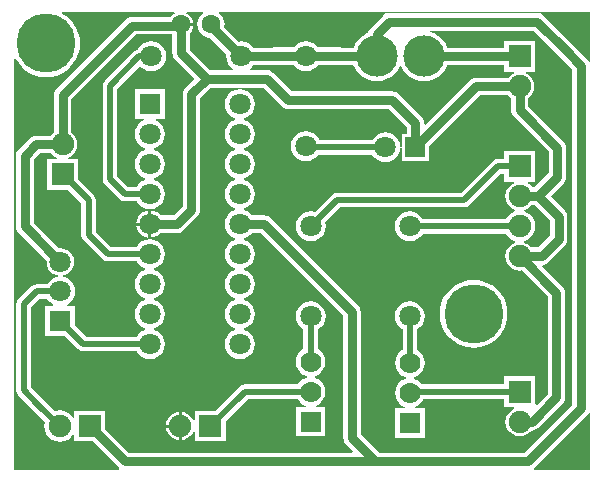
<source format=gbl>
G04 Layer_Physical_Order=2*
G04 Layer_Color=16711680*
%FSLAX24Y24*%
%MOIN*%
G70*
G01*
G75*
%ADD10C,0.1969*%
%ADD11C,0.0630*%
%ADD12R,0.0709X0.0709*%
%ADD13C,0.0709*%
%ADD14C,0.1378*%
%ADD15R,0.0709X0.0709*%
%ADD16R,0.0750X0.0750*%
%ADD17C,0.0750*%
%ADD18R,0.0750X0.0750*%
%ADD19C,0.0700*%
%ADD20R,0.0700X0.0700*%
%ADD21C,0.0300*%
%ADD22C,0.0200*%
G36*
X47903Y29793D02*
X48369Y29328D01*
Y18153D01*
X46919Y16703D01*
X46769Y16552D01*
X41932D01*
X41316Y17168D01*
Y21256D01*
X41306Y21332D01*
X41277Y21403D01*
X41230Y21463D01*
X38314Y24380D01*
X38253Y24427D01*
X38182Y24456D01*
X38107Y24466D01*
X37686D01*
X37640Y24526D01*
X37537Y24605D01*
X37437Y24646D01*
Y24700D01*
X37537Y24741D01*
X37640Y24821D01*
X37719Y24924D01*
X37769Y25044D01*
X37786Y25173D01*
X37769Y25302D01*
X37719Y25423D01*
X37640Y25526D01*
X37537Y25605D01*
X37437Y25646D01*
Y25700D01*
X37537Y25741D01*
X37640Y25821D01*
X37719Y25924D01*
X37769Y26044D01*
X37786Y26173D01*
X37769Y26302D01*
X37719Y26423D01*
X37640Y26526D01*
X37537Y26605D01*
X37437Y26646D01*
Y26700D01*
X37537Y26741D01*
X37640Y26821D01*
X37719Y26924D01*
X37769Y27044D01*
X37786Y27173D01*
X37769Y27302D01*
X37719Y27423D01*
X37640Y27526D01*
X37537Y27605D01*
X37437Y27646D01*
Y27700D01*
X37537Y27741D01*
X37640Y27821D01*
X37719Y27924D01*
X37769Y28044D01*
X37786Y28173D01*
X37769Y28302D01*
X37719Y28423D01*
X37640Y28526D01*
X37537Y28605D01*
X37416Y28655D01*
X37287Y28672D01*
X37158Y28655D01*
X37038Y28605D01*
X36935Y28526D01*
X36856Y28423D01*
X36806Y28302D01*
X36789Y28173D01*
X36806Y28044D01*
X36856Y27924D01*
X36935Y27821D01*
X37038Y27741D01*
X37137Y27700D01*
Y27646D01*
X37038Y27605D01*
X36935Y27526D01*
X36856Y27423D01*
X36806Y27302D01*
X36789Y27173D01*
X36806Y27044D01*
X36856Y26924D01*
X36935Y26821D01*
X37038Y26741D01*
X37137Y26700D01*
Y26646D01*
X37038Y26605D01*
X36935Y26526D01*
X36856Y26423D01*
X36806Y26302D01*
X36789Y26173D01*
X36806Y26044D01*
X36856Y25924D01*
X36935Y25821D01*
X37038Y25741D01*
X37137Y25700D01*
Y25646D01*
X37038Y25605D01*
X36935Y25526D01*
X36856Y25423D01*
X36806Y25302D01*
X36789Y25173D01*
X36806Y25044D01*
X36856Y24924D01*
X36935Y24821D01*
X37038Y24741D01*
X37137Y24700D01*
Y24646D01*
X37038Y24605D01*
X36935Y24526D01*
X36856Y24423D01*
X36806Y24302D01*
X36789Y24173D01*
X36806Y24044D01*
X36856Y23924D01*
X36935Y23821D01*
X37038Y23741D01*
X37137Y23700D01*
Y23646D01*
X37038Y23605D01*
X36935Y23526D01*
X36856Y23423D01*
X36806Y23302D01*
X36789Y23173D01*
X36806Y23044D01*
X36856Y22924D01*
X36935Y22821D01*
X37038Y22741D01*
X37137Y22700D01*
Y22646D01*
X37038Y22605D01*
X36935Y22526D01*
X36856Y22423D01*
X36806Y22302D01*
X36789Y22173D01*
X36806Y22044D01*
X36856Y21924D01*
X36935Y21821D01*
X37038Y21741D01*
X37137Y21700D01*
Y21646D01*
X37038Y21605D01*
X36935Y21526D01*
X36856Y21423D01*
X36806Y21302D01*
X36789Y21173D01*
X36806Y21044D01*
X36856Y20924D01*
X36935Y20821D01*
X37038Y20741D01*
X37137Y20700D01*
Y20646D01*
X37038Y20605D01*
X36935Y20526D01*
X36856Y20423D01*
X36806Y20302D01*
X36789Y20173D01*
X36806Y20044D01*
X36856Y19924D01*
X36935Y19821D01*
X37038Y19741D01*
X37158Y19692D01*
X37287Y19675D01*
X37416Y19692D01*
X37537Y19741D01*
X37640Y19821D01*
X37719Y19924D01*
X37769Y20044D01*
X37786Y20173D01*
X37769Y20302D01*
X37719Y20423D01*
X37640Y20526D01*
X37537Y20605D01*
X37437Y20646D01*
Y20700D01*
X37537Y20741D01*
X37640Y20821D01*
X37719Y20924D01*
X37769Y21044D01*
X37786Y21173D01*
X37769Y21302D01*
X37719Y21423D01*
X37640Y21526D01*
X37537Y21605D01*
X37437Y21646D01*
Y21700D01*
X37537Y21741D01*
X37640Y21821D01*
X37719Y21924D01*
X37769Y22044D01*
X37786Y22173D01*
X37769Y22302D01*
X37719Y22423D01*
X37640Y22526D01*
X37537Y22605D01*
X37437Y22646D01*
Y22700D01*
X37537Y22741D01*
X37640Y22821D01*
X37719Y22924D01*
X37769Y23044D01*
X37786Y23173D01*
X37769Y23302D01*
X37719Y23423D01*
X37640Y23526D01*
X37537Y23605D01*
X37437Y23646D01*
Y23700D01*
X37537Y23741D01*
X37640Y23821D01*
X37686Y23881D01*
X37986D01*
X40731Y21135D01*
Y17047D01*
X40741Y16972D01*
X40770Y16901D01*
X40817Y16840D01*
X41059Y16599D01*
X41040Y16552D01*
X33586D01*
X32798Y17340D01*
Y17956D01*
X31768D01*
Y17737D01*
X31718Y17720D01*
X31651Y17808D01*
X31543Y17891D01*
X31418Y17943D01*
X31283Y17960D01*
X31149Y17943D01*
X31134Y17936D01*
X30713Y18357D01*
X30713Y18357D01*
X30323Y18747D01*
Y21395D01*
X30613Y21684D01*
X30866D01*
X30867Y21680D01*
X30947Y21577D01*
X31050Y21497D01*
X31070Y21489D01*
X31060Y21439D01*
X30805D01*
Y20451D01*
X31447D01*
X31898Y20000D01*
X31977Y19947D01*
X32071Y19929D01*
X33854D01*
X33856Y19924D01*
X33935Y19821D01*
X34038Y19741D01*
X34158Y19692D01*
X34287Y19675D01*
X34416Y19692D01*
X34537Y19741D01*
X34640Y19821D01*
X34719Y19924D01*
X34769Y20044D01*
X34786Y20173D01*
X34769Y20302D01*
X34719Y20423D01*
X34640Y20526D01*
X34537Y20605D01*
X34437Y20646D01*
Y20700D01*
X34537Y20741D01*
X34640Y20821D01*
X34719Y20924D01*
X34769Y21044D01*
X34786Y21173D01*
X34769Y21302D01*
X34719Y21423D01*
X34640Y21526D01*
X34537Y21605D01*
X34437Y21646D01*
Y21700D01*
X34537Y21741D01*
X34640Y21821D01*
X34719Y21924D01*
X34769Y22044D01*
X34786Y22173D01*
X34769Y22302D01*
X34719Y22423D01*
X34640Y22526D01*
X34537Y22605D01*
X34437Y22646D01*
Y22700D01*
X34537Y22741D01*
X34640Y22821D01*
X34719Y22924D01*
X34769Y23044D01*
X34786Y23173D01*
X34769Y23302D01*
X34719Y23423D01*
X34640Y23526D01*
X34537Y23605D01*
X34416Y23655D01*
X34315Y23668D01*
Y23671D01*
X34293D01*
X34287Y23672D01*
X34282Y23671D01*
X34260D01*
Y23668D01*
X34158Y23655D01*
X34038Y23605D01*
X33935Y23526D01*
X33856Y23423D01*
X33854Y23418D01*
X32991D01*
X32489Y23920D01*
Y24961D01*
X32470Y25054D01*
X32417Y25134D01*
X31893Y25658D01*
Y26342D01*
X31579D01*
X31569Y26392D01*
X31618Y26412D01*
X31717Y26488D01*
X31793Y26587D01*
X31841Y26703D01*
X31857Y26827D01*
X31841Y26951D01*
X31793Y27066D01*
X31717Y27166D01*
X31670Y27201D01*
Y28357D01*
X33810Y30496D01*
X35034D01*
Y29870D01*
X35044Y29794D01*
X35073Y29724D01*
X35120Y29663D01*
X35767Y29016D01*
X35462Y28711D01*
X35416Y28650D01*
X35387Y28580D01*
X35377Y28504D01*
Y24767D01*
X35076Y24466D01*
X34636D01*
X34611Y24497D01*
X34517Y24570D01*
X34406Y24616D01*
X34337Y24625D01*
Y24173D01*
Y23722D01*
X34406Y23731D01*
X34517Y23776D01*
X34611Y23849D01*
X34636Y23881D01*
X35197D01*
X35273Y23891D01*
X35343Y23920D01*
X35404Y23966D01*
X35876Y24439D01*
X35923Y24499D01*
X35952Y24570D01*
X35962Y24646D01*
Y28383D01*
X36302Y28723D01*
X38068D01*
X38691Y28100D01*
X38751Y28054D01*
X38822Y28025D01*
X38898Y28015D01*
X42241D01*
X42845Y27410D01*
Y27187D01*
X42683D01*
Y26804D01*
X42677Y26757D01*
X42633Y26755D01*
X42633Y26759D01*
X42619Y26861D01*
X42570Y26982D01*
X42490Y27085D01*
X42387Y27164D01*
X42267Y27214D01*
X42138Y27231D01*
X42009Y27214D01*
X41888Y27164D01*
X41785Y27085D01*
X41706Y26982D01*
X41704Y26977D01*
X39937D01*
X39920Y27017D01*
X39841Y27120D01*
X39737Y27200D01*
X39617Y27249D01*
X39488Y27266D01*
X39359Y27249D01*
X39239Y27200D01*
X39136Y27120D01*
X39056Y27017D01*
X39007Y26897D01*
X38990Y26768D01*
X39007Y26639D01*
X39056Y26518D01*
X39136Y26415D01*
X39239Y26336D01*
X39359Y26286D01*
X39488Y26269D01*
X39617Y26286D01*
X39737Y26336D01*
X39841Y26415D01*
X39896Y26488D01*
X41704D01*
X41706Y26483D01*
X41785Y26380D01*
X41888Y26300D01*
X42009Y26251D01*
X42138Y26234D01*
X42267Y26251D01*
X42387Y26300D01*
X42490Y26380D01*
X42570Y26483D01*
X42619Y26603D01*
X42633Y26706D01*
X42633Y26710D01*
X42677Y26707D01*
X42683Y26660D01*
Y26278D01*
X43592D01*
Y26773D01*
X45290Y28471D01*
X46240D01*
X46275Y28425D01*
X46322Y28389D01*
Y27976D01*
X46332Y27900D01*
X46361Y27830D01*
X46407Y27769D01*
X47582Y26595D01*
Y25869D01*
X47107Y25395D01*
X47044D01*
X47035Y25416D01*
X46989Y25477D01*
X46928Y25523D01*
X46894Y25537D01*
X46904Y25587D01*
X47129D01*
Y26617D01*
X46099D01*
Y26347D01*
X45882D01*
X45789Y26328D01*
X45709Y26275D01*
X44659Y25225D01*
X40527D01*
X40434Y25206D01*
X40354Y25153D01*
X39779Y24578D01*
X39775Y24580D01*
X39646Y24597D01*
X39517Y24580D01*
X39396Y24530D01*
X39293Y24451D01*
X39214Y24348D01*
X39164Y24227D01*
X39147Y24098D01*
X39164Y23969D01*
X39214Y23849D01*
X39293Y23746D01*
X39396Y23667D01*
X39517Y23617D01*
X39646Y23600D01*
X39775Y23617D01*
X39895Y23667D01*
X39998Y23746D01*
X40077Y23849D01*
X40127Y23969D01*
X40144Y24098D01*
X40127Y24227D01*
X40125Y24232D01*
X40629Y24735D01*
X44760D01*
X44854Y24754D01*
X44933Y24807D01*
X45984Y25858D01*
X46099D01*
Y25587D01*
X46413D01*
X46423Y25537D01*
X46375Y25517D01*
X46275Y25441D01*
X46199Y25342D01*
X46151Y25226D01*
X46135Y25102D01*
X46151Y24978D01*
X46199Y24863D01*
X46275Y24764D01*
X46375Y24687D01*
X46464Y24650D01*
X46462Y24597D01*
X46354Y24552D01*
X46247Y24470D01*
X46164Y24362D01*
X46158Y24347D01*
X44784D01*
X44764Y24343D01*
X43386D01*
X43385Y24348D01*
X43305Y24451D01*
X43202Y24530D01*
X43082Y24580D01*
X42953Y24597D01*
X42824Y24580D01*
X42703Y24530D01*
X42600Y24451D01*
X42521Y24348D01*
X42471Y24227D01*
X42454Y24098D01*
X42471Y23969D01*
X42521Y23849D01*
X42600Y23746D01*
X42703Y23667D01*
X42824Y23617D01*
X42953Y23600D01*
X43082Y23617D01*
X43202Y23667D01*
X43305Y23746D01*
X43385Y23849D01*
X43386Y23854D01*
X44780D01*
X44800Y23858D01*
X46158D01*
X46164Y23843D01*
X46247Y23735D01*
X46354Y23653D01*
X46462Y23608D01*
X46464Y23554D01*
X46375Y23517D01*
X46275Y23441D01*
X46199Y23342D01*
X46151Y23226D01*
X46135Y23102D01*
X46151Y22978D01*
X46199Y22863D01*
X46275Y22764D01*
X46375Y22687D01*
X46490Y22640D01*
X46614Y22623D01*
X46672Y22631D01*
X47542Y21761D01*
Y18516D01*
X47175Y18149D01*
X47129Y18168D01*
Y19098D01*
X46099D01*
Y18827D01*
X43352D01*
X43302Y18893D01*
X43200Y18971D01*
X43089Y19017D01*
X43084Y19043D01*
X43089Y19069D01*
X43200Y19115D01*
X43302Y19194D01*
X43381Y19296D01*
X43430Y19415D01*
X43447Y19543D01*
X43430Y19671D01*
X43381Y19790D01*
X43302Y19893D01*
X43200Y19971D01*
X43197Y19972D01*
Y20665D01*
X43202Y20667D01*
X43305Y20746D01*
X43385Y20849D01*
X43434Y20969D01*
X43451Y21098D01*
X43434Y21227D01*
X43385Y21348D01*
X43305Y21451D01*
X43202Y21530D01*
X43082Y21580D01*
X42953Y21597D01*
X42824Y21580D01*
X42703Y21530D01*
X42600Y21451D01*
X42521Y21348D01*
X42471Y21227D01*
X42454Y21098D01*
X42471Y20969D01*
X42521Y20849D01*
X42600Y20746D01*
X42703Y20667D01*
X42708Y20665D01*
Y19972D01*
X42706Y19971D01*
X42603Y19893D01*
X42525Y19790D01*
X42475Y19671D01*
X42459Y19543D01*
X42475Y19415D01*
X42525Y19296D01*
X42603Y19194D01*
X42706Y19115D01*
X42817Y19069D01*
X42821Y19043D01*
X42817Y19017D01*
X42706Y18971D01*
X42603Y18893D01*
X42525Y18790D01*
X42475Y18671D01*
X42459Y18543D01*
X42475Y18415D01*
X42525Y18296D01*
X42603Y18194D01*
X42706Y18115D01*
X42783Y18083D01*
X42773Y18033D01*
X42463D01*
Y17053D01*
X43443D01*
Y18033D01*
X43133D01*
X43123Y18083D01*
X43200Y18115D01*
X43302Y18194D01*
X43381Y18296D01*
X43398Y18338D01*
X46099D01*
Y18068D01*
X46413D01*
X46423Y18018D01*
X46375Y17998D01*
X46275Y17921D01*
X46199Y17822D01*
X46151Y17707D01*
X46135Y17583D01*
X46151Y17459D01*
X46199Y17343D01*
X46275Y17244D01*
X46375Y17168D01*
X46490Y17120D01*
X46614Y17104D01*
X46738Y17120D01*
X46854Y17168D01*
X46953Y17244D01*
X46988Y17290D01*
X47023D01*
X47098Y17300D01*
X47169Y17329D01*
X47230Y17376D01*
X48041Y18188D01*
X48088Y18248D01*
X48117Y18319D01*
X48127Y18395D01*
Y21882D01*
X48117Y21958D01*
X48088Y22028D01*
X48041Y22089D01*
X47369Y22761D01*
X47387Y22814D01*
X47430Y22820D01*
X47501Y22849D01*
X47561Y22896D01*
X48120Y23455D01*
X48167Y23515D01*
X48196Y23586D01*
X48206Y23661D01*
Y24417D01*
X48196Y24493D01*
X48167Y24564D01*
X48120Y24624D01*
X47642Y25102D01*
X48081Y25541D01*
X48127Y25602D01*
X48157Y25672D01*
X48167Y25748D01*
Y26716D01*
X48157Y26792D01*
X48127Y26862D01*
X48081Y26923D01*
X46907Y28097D01*
Y28389D01*
X46953Y28425D01*
X47029Y28524D01*
X47077Y28640D01*
X47093Y28764D01*
X47077Y28888D01*
X47029Y29003D01*
X46953Y29103D01*
X46854Y29179D01*
X46805Y29199D01*
X46815Y29249D01*
X47129D01*
Y30279D01*
X46099D01*
Y30056D01*
X44203D01*
X44195Y30083D01*
X44118Y30227D01*
X44014Y30353D01*
X43888Y30456D01*
X43744Y30533D01*
X43631Y30568D01*
X43639Y30617D01*
X47079D01*
X47903Y29793D01*
D02*
G37*
G36*
X35119Y31203D02*
X35106Y31187D01*
X35100Y31186D01*
X35021Y31133D01*
X34986Y31082D01*
X33689D01*
X33613Y31072D01*
X33543Y31042D01*
X33482Y30996D01*
X31171Y28685D01*
X31125Y28624D01*
X31095Y28554D01*
X31085Y28478D01*
Y27201D01*
X31039Y27166D01*
X31004Y27119D01*
X30488D01*
X30412Y27109D01*
X30342Y27080D01*
X30281Y27034D01*
X29911Y26664D01*
X29865Y26603D01*
X29836Y26532D01*
X29826Y26457D01*
Y24094D01*
X29836Y24019D01*
X29865Y23948D01*
X29911Y23888D01*
X30846Y22953D01*
X30841Y22913D01*
X30857Y22795D01*
X30902Y22684D01*
X30975Y22589D01*
X31070Y22517D01*
X31181Y22471D01*
X31212Y22467D01*
Y22416D01*
X31170Y22411D01*
X31050Y22361D01*
X30947Y22282D01*
X30867Y22178D01*
X30866Y22174D01*
X30512D01*
X30418Y22155D01*
X30339Y22102D01*
X29906Y21669D01*
X29853Y21590D01*
X29834Y21496D01*
Y18646D01*
X29853Y18552D01*
X29906Y18473D01*
X30367Y18011D01*
X30367Y18011D01*
X30788Y17590D01*
X30782Y17575D01*
X30764Y17441D01*
X30782Y17306D01*
X30834Y17181D01*
X30916Y17074D01*
X31024Y16991D01*
X31149Y16939D01*
X31283Y16921D01*
X31418Y16939D01*
X31543Y16991D01*
X31651Y17074D01*
X31718Y17162D01*
X31768Y17145D01*
Y16926D01*
X32385D01*
X33218Y16092D01*
X33241Y16075D01*
X33258Y16053D01*
X33273Y16041D01*
X33256Y15991D01*
X29771D01*
Y29681D01*
X29820Y29690D01*
X29822Y29685D01*
X29914Y29534D01*
X30029Y29399D01*
X30164Y29285D01*
X30315Y29192D01*
X30478Y29124D01*
X30650Y29083D01*
X30827Y29069D01*
X31003Y29083D01*
X31175Y29124D01*
X31339Y29192D01*
X31490Y29285D01*
X31624Y29399D01*
X31739Y29534D01*
X31832Y29685D01*
X31899Y29848D01*
X31941Y30020D01*
X31955Y30197D01*
X31941Y30373D01*
X31899Y30545D01*
X31832Y30709D01*
X31739Y30860D01*
X31624Y30994D01*
X31490Y31109D01*
X31339Y31202D01*
X31333Y31204D01*
X31343Y31253D01*
X35097D01*
X35119Y31203D01*
D02*
G37*
G36*
X31039Y26488D02*
X31138Y26412D01*
X31187Y26392D01*
X31177Y26342D01*
X30863D01*
Y25312D01*
X31547D01*
X31999Y24859D01*
Y23819D01*
X32018Y23725D01*
X32071Y23646D01*
X32717Y23000D01*
X32796Y22947D01*
X32890Y22929D01*
X33854D01*
X33856Y22924D01*
X33935Y22821D01*
X34038Y22741D01*
X34137Y22700D01*
Y22646D01*
X34038Y22605D01*
X33935Y22526D01*
X33856Y22423D01*
X33806Y22302D01*
X33789Y22173D01*
X33806Y22044D01*
X33856Y21924D01*
X33935Y21821D01*
X34038Y21741D01*
X34137Y21700D01*
Y21646D01*
X34038Y21605D01*
X33935Y21526D01*
X33856Y21423D01*
X33806Y21302D01*
X33789Y21173D01*
X33806Y21044D01*
X33856Y20924D01*
X33935Y20821D01*
X34038Y20741D01*
X34137Y20700D01*
Y20646D01*
X34038Y20605D01*
X33935Y20526D01*
X33856Y20423D01*
X33854Y20418D01*
X32172D01*
X31794Y20797D01*
Y21439D01*
X31539D01*
X31529Y21489D01*
X31549Y21497D01*
X31652Y21577D01*
X31731Y21680D01*
X31781Y21800D01*
X31798Y21929D01*
X31781Y22058D01*
X31731Y22178D01*
X31652Y22282D01*
X31549Y22361D01*
X31428Y22411D01*
X31387Y22416D01*
Y22467D01*
X31418Y22471D01*
X31528Y22517D01*
X31623Y22589D01*
X31696Y22684D01*
X31742Y22795D01*
X31757Y22913D01*
X31742Y23032D01*
X31696Y23143D01*
X31623Y23237D01*
X31528Y23310D01*
X31418Y23356D01*
X31299Y23372D01*
X31260Y23366D01*
X30411Y24216D01*
Y26336D01*
X30609Y26534D01*
X31004D01*
X31039Y26488D01*
D02*
G37*
G36*
X47621Y24296D02*
Y23783D01*
X47233Y23395D01*
X46988D01*
X46953Y23441D01*
X46854Y23517D01*
X46764Y23554D01*
X46766Y23608D01*
X46874Y23653D01*
X46981Y23735D01*
X47064Y23843D01*
X47116Y23968D01*
X47134Y24102D01*
X47116Y24237D01*
X47064Y24362D01*
X46981Y24470D01*
X46874Y24552D01*
X46766Y24597D01*
X46764Y24650D01*
X46854Y24687D01*
X46953Y24764D01*
X46988Y24810D01*
X47107D01*
X47621Y24296D01*
D02*
G37*
G36*
X36070Y31203D02*
X36002Y31151D01*
X35929Y31056D01*
X35884Y30946D01*
X35868Y30827D01*
X35884Y30708D01*
X35929Y30597D01*
X36002Y30502D01*
X36097Y30429D01*
X36208Y30384D01*
X36306Y30371D01*
X36838Y29839D01*
X36828Y29764D01*
X36845Y29635D01*
X36895Y29514D01*
X36974Y29411D01*
X37043Y29358D01*
X37026Y29308D01*
X36302D01*
X35619Y29991D01*
Y30528D01*
X35623Y30531D01*
X35689Y30618D01*
X35731Y30718D01*
X35739Y30777D01*
X35327D01*
Y30877D01*
X35739D01*
X35731Y30935D01*
X35689Y31036D01*
X35623Y31123D01*
X35536Y31189D01*
X35503Y31203D01*
X35513Y31253D01*
X36053D01*
X36070Y31203D01*
D02*
G37*
G36*
X48969Y29594D02*
X48920Y29584D01*
X48915Y29595D01*
X48868Y29656D01*
X48317Y30207D01*
X47407Y31117D01*
X47346Y31163D01*
X47276Y31193D01*
X47200Y31202D01*
X42250D01*
X42174Y31193D01*
X42104Y31163D01*
X42043Y31117D01*
X41644Y30717D01*
X41597Y30657D01*
X41568Y30586D01*
X41562Y30543D01*
X41532Y30533D01*
X41388Y30456D01*
X41261Y30353D01*
X41158Y30227D01*
X41081Y30083D01*
X41073Y30056D01*
X40690D01*
X40660Y30060D01*
X39887D01*
X39841Y30120D01*
X39737Y30200D01*
X39617Y30249D01*
X39488Y30266D01*
X39359Y30249D01*
X39239Y30200D01*
X39136Y30120D01*
X39090Y30060D01*
X38404D01*
X38374Y30056D01*
X37725D01*
X37679Y30116D01*
X37576Y30196D01*
X37456Y30245D01*
X37327Y30262D01*
X37252Y30252D01*
X36773Y30731D01*
X36786Y30827D01*
X36770Y30946D01*
X36724Y31056D01*
X36651Y31151D01*
X36584Y31203D01*
X36601Y31253D01*
X48969D01*
Y29594D01*
D02*
G37*
G36*
Y17887D02*
Y15991D01*
X47098D01*
X47081Y16041D01*
X47097Y16053D01*
X47333Y16289D01*
X48868Y17825D01*
X48915Y17885D01*
X48920Y17897D01*
X48969Y17887D01*
D02*
G37*
G36*
X40664Y29471D02*
X41073D01*
X41081Y29445D01*
X41158Y29301D01*
X41261Y29175D01*
X41388Y29071D01*
X41532Y28994D01*
X41688Y28947D01*
X41850Y28931D01*
X42013Y28947D01*
X42169Y28994D01*
X42313Y29071D01*
X42439Y29175D01*
X42543Y29301D01*
X42610Y29427D01*
X42612Y29428D01*
X42663D01*
X42665Y29427D01*
X42733Y29301D01*
X42836Y29175D01*
X42962Y29071D01*
X43106Y28994D01*
X43263Y28947D01*
X43425Y28931D01*
X43588Y28947D01*
X43744Y28994D01*
X43888Y29071D01*
X44014Y29175D01*
X44118Y29301D01*
X44195Y29445D01*
X44203Y29471D01*
X46099D01*
Y29249D01*
X46413D01*
X46423Y29199D01*
X46375Y29179D01*
X46275Y29103D01*
X46240Y29056D01*
X45169D01*
X45094Y29046D01*
X45023Y29017D01*
X44962Y28971D01*
X43477Y27485D01*
X43430Y27504D01*
Y27531D01*
X43420Y27607D01*
X43391Y27678D01*
X43345Y27738D01*
X42569Y28514D01*
X42508Y28560D01*
X42438Y28590D01*
X42362Y28600D01*
X39019D01*
X38396Y29223D01*
X38335Y29269D01*
X38265Y29298D01*
X38189Y29308D01*
X37627D01*
X37610Y29358D01*
X37679Y29411D01*
X37725Y29471D01*
X38400D01*
X38430Y29475D01*
X39090D01*
X39136Y29415D01*
X39239Y29336D01*
X39359Y29286D01*
X39488Y29269D01*
X39617Y29286D01*
X39737Y29336D01*
X39841Y29415D01*
X39887Y29475D01*
X40634D01*
X40664Y29471D01*
D02*
G37*
%LPC*%
G36*
X35249Y17913D02*
X35175Y17904D01*
X35060Y17856D01*
X34960Y17780D01*
X34884Y17680D01*
X34836Y17565D01*
X34827Y17491D01*
X35249D01*
Y17913D01*
D02*
G37*
G36*
Y17391D02*
X34827D01*
X34836Y17317D01*
X34884Y17201D01*
X34960Y17102D01*
X35060Y17026D01*
X35175Y16978D01*
X35249Y16968D01*
Y17391D01*
D02*
G37*
G36*
X39646Y21597D02*
X39517Y21580D01*
X39396Y21530D01*
X39293Y21451D01*
X39214Y21348D01*
X39164Y21227D01*
X39147Y21098D01*
X39164Y20969D01*
X39214Y20849D01*
X39293Y20746D01*
X39396Y20667D01*
X39401Y20665D01*
Y20012D01*
X39399Y20011D01*
X39296Y19932D01*
X39218Y19830D01*
X39168Y19711D01*
X39151Y19583D01*
X39168Y19455D01*
X39218Y19336D01*
X39296Y19233D01*
X39399Y19155D01*
X39510Y19109D01*
X39514Y19083D01*
X39510Y19057D01*
X39399Y19011D01*
X39296Y18932D01*
X39218Y18830D01*
X39217Y18827D01*
X37441D01*
X37347Y18809D01*
X37268Y18756D01*
X36468Y17956D01*
X35784D01*
Y17642D01*
X35734Y17632D01*
X35714Y17680D01*
X35638Y17780D01*
X35539Y17856D01*
X35423Y17904D01*
X35349Y17913D01*
Y17441D01*
Y16968D01*
X35423Y16978D01*
X35539Y17026D01*
X35638Y17102D01*
X35714Y17201D01*
X35734Y17250D01*
X35784Y17240D01*
Y16926D01*
X36814D01*
Y17610D01*
X37542Y18338D01*
X39217D01*
X39218Y18336D01*
X39296Y18233D01*
X39399Y18155D01*
X39476Y18123D01*
X39466Y18073D01*
X39156D01*
Y17093D01*
X40136D01*
Y18073D01*
X39825D01*
X39816Y18123D01*
X39893Y18155D01*
X39995Y18233D01*
X40074Y18336D01*
X40123Y18455D01*
X40140Y18583D01*
X40123Y18711D01*
X40074Y18830D01*
X39995Y18932D01*
X39893Y19011D01*
X39782Y19057D01*
X39777Y19083D01*
X39782Y19109D01*
X39893Y19155D01*
X39995Y19233D01*
X40074Y19336D01*
X40123Y19455D01*
X40140Y19583D01*
X40123Y19711D01*
X40074Y19830D01*
X39995Y19932D01*
X39893Y20011D01*
X39890Y20012D01*
Y20665D01*
X39895Y20667D01*
X39998Y20746D01*
X40077Y20849D01*
X40127Y20969D01*
X40144Y21098D01*
X40127Y21227D01*
X40077Y21348D01*
X39998Y21451D01*
X39895Y21530D01*
X39775Y21580D01*
X39646Y21597D01*
D02*
G37*
G36*
X34237Y24625D02*
X34169Y24616D01*
X34058Y24570D01*
X33963Y24497D01*
X33891Y24402D01*
X33845Y24292D01*
X33836Y24223D01*
X34237D01*
Y24625D01*
D02*
G37*
G36*
X34327Y30262D02*
X34198Y30245D01*
X34077Y30196D01*
X33974Y30116D01*
X33895Y30013D01*
X33889Y29999D01*
X33843Y29990D01*
X33764Y29937D01*
X32780Y28953D01*
X32727Y28873D01*
X32708Y28780D01*
Y25669D01*
X32720Y25611D01*
X32727Y25576D01*
X32727Y25576D01*
X32780Y25496D01*
X33276Y25000D01*
X33355Y24947D01*
X33355Y24947D01*
X33355Y24947D01*
X33449Y24929D01*
X33854D01*
X33856Y24924D01*
X33935Y24821D01*
X34038Y24741D01*
X34158Y24692D01*
X34260Y24678D01*
Y24675D01*
X34282D01*
X34287Y24675D01*
X34293Y24675D01*
X34315D01*
Y24678D01*
X34416Y24692D01*
X34537Y24741D01*
X34640Y24821D01*
X34719Y24924D01*
X34769Y25044D01*
X34786Y25173D01*
X34769Y25302D01*
X34719Y25423D01*
X34640Y25526D01*
X34537Y25605D01*
X34437Y25646D01*
Y25700D01*
X34537Y25741D01*
X34640Y25821D01*
X34719Y25924D01*
X34769Y26044D01*
X34786Y26173D01*
X34769Y26302D01*
X34719Y26423D01*
X34640Y26526D01*
X34537Y26605D01*
X34437Y26646D01*
Y26700D01*
X34537Y26741D01*
X34640Y26821D01*
X34719Y26924D01*
X34769Y27044D01*
X34786Y27173D01*
X34769Y27302D01*
X34719Y27423D01*
X34640Y27526D01*
X34537Y27605D01*
X34479Y27629D01*
X34489Y27679D01*
X34782D01*
Y28668D01*
X33793D01*
Y27679D01*
X34086D01*
X34096Y27629D01*
X34038Y27605D01*
X33935Y27526D01*
X33856Y27423D01*
X33806Y27302D01*
X33789Y27173D01*
X33806Y27044D01*
X33856Y26924D01*
X33935Y26821D01*
X34038Y26741D01*
X34137Y26700D01*
Y26646D01*
X34038Y26605D01*
X33935Y26526D01*
X33856Y26423D01*
X33806Y26302D01*
X33789Y26173D01*
X33806Y26044D01*
X33856Y25924D01*
X33935Y25821D01*
X34038Y25741D01*
X34137Y25700D01*
Y25646D01*
X34038Y25605D01*
X33935Y25526D01*
X33856Y25423D01*
X33854Y25418D01*
X33550D01*
X33197Y25771D01*
Y28678D01*
X33933Y29414D01*
X33974Y29411D01*
X34077Y29332D01*
X34198Y29282D01*
X34327Y29265D01*
X34456Y29282D01*
X34576Y29332D01*
X34679Y29411D01*
X34759Y29514D01*
X34808Y29635D01*
X34825Y29764D01*
X34808Y29893D01*
X34759Y30013D01*
X34679Y30116D01*
X34576Y30196D01*
X34456Y30245D01*
X34327Y30262D01*
D02*
G37*
G36*
X45079Y22309D02*
X44902Y22295D01*
X44730Y22254D01*
X44567Y22186D01*
X44416Y22093D01*
X44281Y21979D01*
X44166Y21844D01*
X44074Y21693D01*
X44006Y21530D01*
X43965Y21358D01*
X43951Y21181D01*
X43965Y21005D01*
X44006Y20833D01*
X44074Y20669D01*
X44166Y20518D01*
X44281Y20384D01*
X44416Y20269D01*
X44567Y20176D01*
X44730Y20109D01*
X44902Y20067D01*
X45079Y20053D01*
X45255Y20067D01*
X45427Y20109D01*
X45591Y20176D01*
X45742Y20269D01*
X45876Y20384D01*
X45991Y20518D01*
X46084Y20669D01*
X46151Y20833D01*
X46193Y21005D01*
X46206Y21181D01*
X46193Y21358D01*
X46151Y21530D01*
X46084Y21693D01*
X45991Y21844D01*
X45876Y21979D01*
X45742Y22093D01*
X45591Y22186D01*
X45427Y22254D01*
X45255Y22295D01*
X45079Y22309D01*
D02*
G37*
G36*
X34237Y24123D02*
X33836D01*
X33845Y24055D01*
X33891Y23944D01*
X33963Y23849D01*
X34058Y23776D01*
X34169Y23731D01*
X34237Y23722D01*
Y24123D01*
D02*
G37*
%LPD*%
D10*
X45079Y21181D02*
D03*
X30827Y30197D02*
D03*
D11*
X36327Y30827D02*
D03*
X35327D02*
D03*
D12*
X43138Y26732D02*
D03*
D13*
X42138D02*
D03*
X39488Y26768D02*
D03*
Y29768D02*
D03*
X37287Y21173D02*
D03*
Y20173D02*
D03*
X34287D02*
D03*
X37287Y22173D02*
D03*
Y23173D02*
D03*
Y24173D02*
D03*
X34287Y27173D02*
D03*
Y26173D02*
D03*
Y25173D02*
D03*
Y21173D02*
D03*
Y22173D02*
D03*
Y23173D02*
D03*
Y24173D02*
D03*
X37287Y26173D02*
D03*
Y25173D02*
D03*
Y27173D02*
D03*
Y28173D02*
D03*
X37327Y29764D02*
D03*
X34327D02*
D03*
X31299Y22913D02*
D03*
Y21929D02*
D03*
X39646Y24098D02*
D03*
Y21098D02*
D03*
X42953Y24098D02*
D03*
Y21098D02*
D03*
D14*
X41850Y29764D02*
D03*
X43425D02*
D03*
D15*
X34287Y28173D02*
D03*
X31299Y20945D02*
D03*
D16*
X46614Y29764D02*
D03*
X31378Y25827D02*
D03*
X46614Y26102D02*
D03*
Y18583D02*
D03*
D17*
Y28764D02*
D03*
X31283Y17441D02*
D03*
X31378Y26827D02*
D03*
X46614Y25102D02*
D03*
Y24102D02*
D03*
Y23102D02*
D03*
X35299Y17441D02*
D03*
X46614Y17583D02*
D03*
D18*
X32283Y17441D02*
D03*
X36299D02*
D03*
D19*
X39646Y19583D02*
D03*
Y18583D02*
D03*
X42953Y19543D02*
D03*
Y18543D02*
D03*
D20*
X39646Y17583D02*
D03*
X42953Y17543D02*
D03*
D21*
X35197Y24173D02*
X35669Y24646D01*
X48110Y30000D02*
X48661Y29449D01*
X47200Y30910D02*
X48110Y30000D01*
X46890Y16260D02*
X47126Y16496D01*
X48661Y18032D01*
X47228Y25102D02*
X47913Y24417D01*
Y23661D02*
Y24417D01*
X47354Y23102D02*
X47913Y23661D01*
X46614Y23102D02*
X47354D01*
X46614Y25102D02*
X47228D01*
X47874Y25748D01*
Y26716D01*
X47835Y18395D02*
Y21882D01*
X30118Y24094D02*
Y26457D01*
X30488Y26827D01*
X35669Y28504D02*
X36181Y29016D01*
X35669Y24646D02*
Y28504D01*
X35327Y29870D02*
X36181Y29016D01*
X38189D01*
X38898Y28307D01*
X42362D01*
X43138Y27531D01*
Y26732D02*
Y27531D01*
X35327Y29870D02*
Y30827D01*
X33689Y30789D02*
X35327D01*
X41024Y17047D02*
Y21256D01*
X34287Y24173D02*
X35197D01*
X31378Y26827D02*
Y28478D01*
X33689Y30789D01*
X45169Y28764D02*
X46614D01*
X43138Y26732D02*
X45169Y28764D01*
X46614Y17583D02*
X47023D01*
X47835Y18395D01*
X46614Y23102D02*
X47835Y21882D01*
X30488Y26827D02*
X31378D01*
X30118Y24094D02*
X31299Y22913D01*
X46614Y27976D02*
Y28764D01*
Y27976D02*
X47874Y26716D01*
X46614Y25102D02*
X46782Y25270D01*
X41024Y17047D02*
X41772Y16299D01*
X33465Y16260D02*
X46890D01*
X48661Y18032D02*
Y29449D01*
X38107Y24173D02*
X41024Y21256D01*
X37287Y24173D02*
X38107D01*
X41850Y29764D02*
Y30510D01*
X42250Y30910D01*
X47200D01*
X32283Y17441D02*
X33425Y16299D01*
X36327Y30764D02*
X37327Y29764D01*
X43425D02*
X46614D01*
X40664D02*
X41850D01*
X40660Y29768D02*
X40664Y29764D01*
X39488Y29768D02*
X40660D01*
X38404D02*
X39488D01*
X38400Y29764D02*
X38404Y29768D01*
X37327Y29764D02*
X38400D01*
D22*
X42953Y18583D02*
X46614D01*
X39488Y26732D02*
X42138D01*
X42953Y18543D02*
Y18583D01*
X30079Y18646D02*
X30540Y18184D01*
X30079Y18646D02*
Y21496D01*
X30512Y21929D01*
X35327Y30789D02*
Y30827D01*
X33937Y29764D02*
X34327D01*
X32953Y28780D02*
X33937Y29764D01*
X32953Y25669D02*
Y28780D01*
Y25669D02*
X33449Y25173D01*
X34287D01*
X32890Y23173D02*
X34287D01*
X32244Y23819D02*
X32890Y23173D01*
X32244Y23819D02*
Y24961D01*
X31378Y25827D02*
X32244Y24961D01*
X39488Y26732D02*
Y26768D01*
X32071Y20173D02*
X34287D01*
X31299Y20945D02*
X32071Y20173D01*
X35194Y30960D02*
X35327Y30827D01*
X39646Y24098D02*
X40527Y24980D01*
X44760D01*
X45882Y26102D01*
X46614D01*
X36327Y30764D02*
Y30827D01*
X37441Y18583D02*
X39646D01*
X36299Y17441D02*
X37441Y18583D01*
X30540Y18184D02*
X31283Y17441D01*
X30512Y21929D02*
X31299D01*
X44784Y24102D02*
X46614D01*
X44780Y24098D02*
X44784Y24102D01*
X42953Y24098D02*
X44780D01*
X42953Y19543D02*
Y21098D01*
X39646Y19583D02*
Y21098D01*
M02*

</source>
